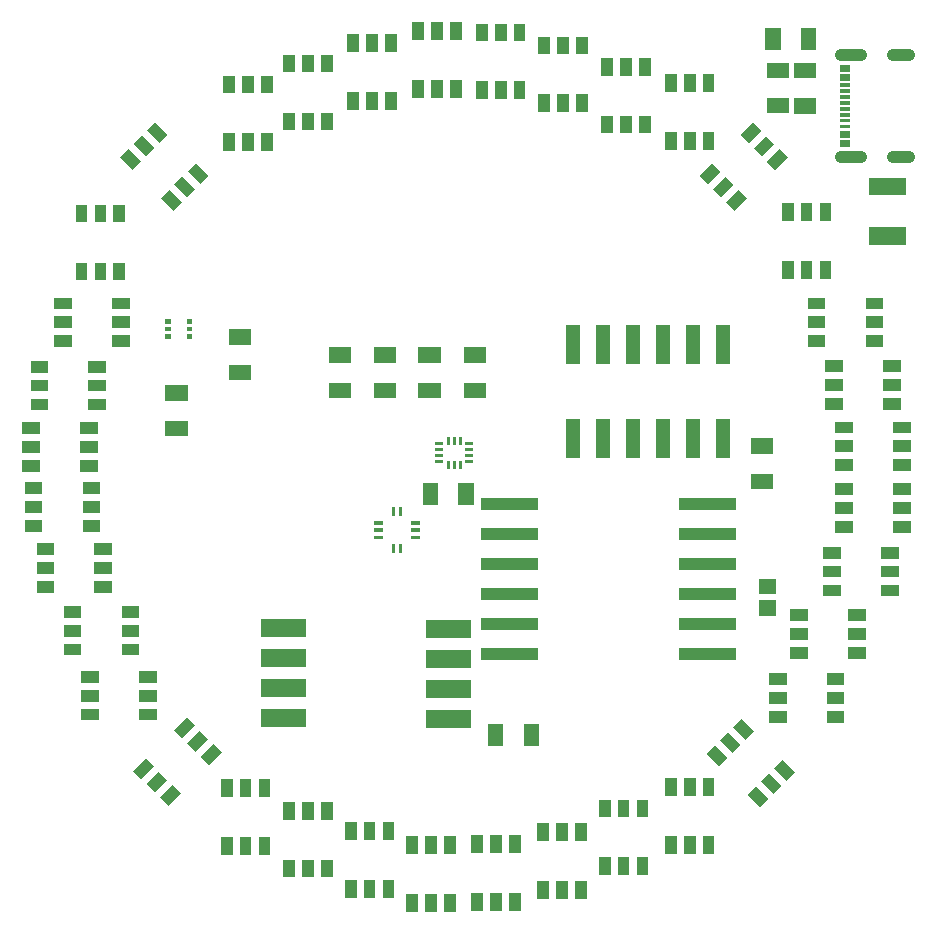
<source format=gbr>
G04 start of page 11 for group -4015 idx -4015 *
G04 Title: (unknown), toppaste *
G04 Creator: pcb 4.2.0 *
G04 CreationDate: Wed Mar 25 23:58:17 2020 UTC *
G04 For: blinken *
G04 Format: Gerber/RS-274X *
G04 PCB-Dimensions (mm): 90.16 90.16 *
G04 PCB-Coordinate-Origin: lower left *
%MOMM*%
%FSLAX43Y43*%
%LNTOPPASTE*%
%ADD99C,1.000*%
%ADD98C,0.002*%
G54D98*G36*
X22000Y83260D02*X21000D01*
Y81760D01*
X22000D01*
Y83260D01*
G37*
G36*
X20400D02*X19400D01*
Y81760D01*
X20400D01*
Y83260D01*
G37*
G36*
X23600Y78360D02*X22600D01*
Y76860D01*
X23600D01*
Y78360D01*
G37*
G36*
X22000D02*X21000D01*
Y76860D01*
X22000D01*
Y78360D01*
G37*
G36*
X20400D02*X19400D01*
Y76860D01*
X20400D01*
Y78360D01*
G37*
G36*
X23600Y83260D02*X22600D01*
Y81760D01*
X23600D01*
Y83260D01*
G37*
G36*
X38000Y87760D02*X37000D01*
Y86260D01*
X38000D01*
Y87760D01*
G37*
G36*
X36400D02*X35400D01*
Y86260D01*
X36400D01*
Y87760D01*
G37*
G36*
X39600Y82860D02*X38600D01*
Y81360D01*
X39600D01*
Y82860D01*
G37*
G36*
X38000D02*X37000D01*
Y81360D01*
X38000D01*
Y82860D01*
G37*
G36*
X36400D02*X35400D01*
Y81360D01*
X36400D01*
Y82860D01*
G37*
G36*
X39600Y87760D02*X38600D01*
Y86260D01*
X39600D01*
Y87760D01*
G37*
G36*
X43400Y87660D02*X42400D01*
Y86160D01*
X43400D01*
Y87660D01*
G37*
G36*
X41800D02*X40800D01*
Y86160D01*
X41800D01*
Y87660D01*
G37*
G36*
X45000Y82760D02*X44000D01*
Y81260D01*
X45000D01*
Y82760D01*
G37*
G36*
X43400D02*X42400D01*
Y81260D01*
X43400D01*
Y82760D01*
G37*
G36*
X41800D02*X40800D01*
Y81260D01*
X41800D01*
Y82760D01*
G37*
G36*
X45000Y87660D02*X44000D01*
Y86160D01*
X45000D01*
Y87660D01*
G37*
G36*
X48700Y86560D02*X47700D01*
Y85060D01*
X48700D01*
Y86560D01*
G37*
G36*
X47100D02*X46100D01*
Y85060D01*
X47100D01*
Y86560D01*
G37*
G36*
X50300Y81660D02*X49300D01*
Y80160D01*
X50300D01*
Y81660D01*
G37*
G36*
X48700D02*X47700D01*
Y80160D01*
X48700D01*
Y81660D01*
G37*
G36*
X47100D02*X46100D01*
Y80160D01*
X47100D01*
Y81660D01*
G37*
G36*
X50300Y86560D02*X49300D01*
Y85060D01*
X50300D01*
Y86560D01*
G37*
G36*
X59400Y83360D02*X58400D01*
Y81860D01*
X59400D01*
Y83360D01*
G37*
G36*
X57800D02*X56800D01*
Y81860D01*
X57800D01*
Y83360D01*
G37*
G36*
X61000Y78460D02*X60000D01*
Y76960D01*
X61000D01*
Y78460D01*
G37*
G36*
X59400D02*X58400D01*
Y76960D01*
X59400D01*
Y78460D01*
G37*
G36*
X57800D02*X56800D01*
Y76960D01*
X57800D01*
Y78460D01*
G37*
G36*
X61000Y83360D02*X60000D01*
Y81860D01*
X61000D01*
Y83360D01*
G37*
G36*
X73800Y62860D02*Y61860D01*
X75300D01*
Y62860D01*
X73800D01*
G37*
G36*
Y64460D02*Y63460D01*
X75300D01*
Y64460D01*
X73800D01*
G37*
G36*
X68900Y61260D02*Y60260D01*
X70400D01*
Y61260D01*
X68900D01*
G37*
G36*
Y62860D02*Y61860D01*
X70400D01*
Y62860D01*
X68900D01*
G37*
G36*
Y64460D02*Y63460D01*
X70400D01*
Y64460D01*
X68900D01*
G37*
G36*
X73800Y61260D02*Y60260D01*
X75300D01*
Y61260D01*
X73800D01*
G37*
G36*
X75300Y57560D02*Y56560D01*
X76800D01*
Y57560D01*
X75300D01*
G37*
G36*
Y59160D02*Y58160D01*
X76800D01*
Y59160D01*
X75300D01*
G37*
G36*
X70400Y55960D02*Y54960D01*
X71900D01*
Y55960D01*
X70400D01*
G37*
G36*
Y57560D02*Y56560D01*
X71900D01*
Y57560D01*
X70400D01*
G37*
G36*
Y59160D02*Y58160D01*
X71900D01*
Y59160D01*
X70400D01*
G37*
G36*
X75300Y55960D02*Y54960D01*
X76800D01*
Y55960D01*
X75300D01*
G37*
G36*
X76100Y52360D02*Y51360D01*
X77600D01*
Y52360D01*
X76100D01*
G37*
G36*
Y53960D02*Y52960D01*
X77600D01*
Y53960D01*
X76100D01*
G37*
G36*
X71200Y50760D02*Y49760D01*
X72700D01*
Y50760D01*
X71200D01*
G37*
G36*
Y52360D02*Y51360D01*
X72700D01*
Y52360D01*
X71200D01*
G37*
G36*
Y53960D02*Y52960D01*
X72700D01*
Y53960D01*
X71200D01*
G37*
G36*
X76100Y50760D02*Y49760D01*
X77600D01*
Y50760D01*
X76100D01*
G37*
G36*
Y47160D02*Y46160D01*
X77600D01*
Y47160D01*
X76100D01*
G37*
G36*
Y48760D02*Y47760D01*
X77600D01*
Y48760D01*
X76100D01*
G37*
G36*
X71200Y45560D02*Y44560D01*
X72700D01*
Y45560D01*
X71200D01*
G37*
G36*
Y47160D02*Y46160D01*
X72700D01*
Y47160D01*
X71200D01*
G37*
G36*
Y48760D02*Y47760D01*
X72700D01*
Y48760D01*
X71200D01*
G37*
G36*
X76100Y45560D02*Y44560D01*
X77600D01*
Y45560D01*
X76100D01*
G37*
G36*
X75100Y41760D02*Y40760D01*
X76600D01*
Y41760D01*
X75100D01*
G37*
G36*
Y43360D02*Y42360D01*
X76600D01*
Y43360D01*
X75100D01*
G37*
G36*
X70200Y40160D02*Y39160D01*
X71700D01*
Y40160D01*
X70200D01*
G37*
G36*
Y41760D02*Y40760D01*
X71700D01*
Y41760D01*
X70200D01*
G37*
G36*
Y43360D02*Y42360D01*
X71700D01*
Y43360D01*
X70200D01*
G37*
G36*
X75100Y40160D02*Y39160D01*
X76600D01*
Y40160D01*
X75100D01*
G37*
G36*
X72300Y36460D02*Y35460D01*
X73800D01*
Y36460D01*
X72300D01*
G37*
G36*
Y38060D02*Y37060D01*
X73800D01*
Y38060D01*
X72300D01*
G37*
G36*
X67400Y34860D02*Y33860D01*
X68900D01*
Y34860D01*
X67400D01*
G37*
G36*
Y36460D02*Y35460D01*
X68900D01*
Y36460D01*
X67400D01*
G37*
G36*
Y38060D02*Y37060D01*
X68900D01*
Y38060D01*
X67400D01*
G37*
G36*
X72300Y34860D02*Y33860D01*
X73800D01*
Y34860D01*
X72300D01*
G37*
G36*
X70500Y31060D02*Y30060D01*
X72000D01*
Y31060D01*
X70500D01*
G37*
G36*
Y32660D02*Y31660D01*
X72000D01*
Y32660D01*
X70500D01*
G37*
G36*
X65600Y29460D02*Y28460D01*
X67100D01*
Y29460D01*
X65600D01*
G37*
G36*
Y31060D02*Y30060D01*
X67100D01*
Y31060D01*
X65600D01*
G37*
G36*
Y32660D02*Y31660D01*
X67100D01*
Y32660D01*
X65600D01*
G37*
G36*
X70500Y29460D02*Y28460D01*
X72000D01*
Y29460D01*
X70500D01*
G37*
G36*
X65631Y24206D02*X64924Y23499D01*
X65985Y22438D01*
X66692Y23145D01*
X65631Y24206D01*
G37*
G36*
X66763Y25337D02*X66056Y24630D01*
X67116Y23569D01*
X67823Y24277D01*
X66763Y25337D01*
G37*
G36*
X61035Y26539D02*X60328Y25832D01*
X61389Y24771D01*
X62096Y25478D01*
X61035Y26539D01*
G37*
G36*
X62166Y27671D02*X61459Y26963D01*
X62520Y25903D01*
X63227Y26610D01*
X62166Y27671D01*
G37*
G36*
X63298Y28802D02*X62591Y28095D01*
X63652Y27034D01*
X64359Y27741D01*
X63298Y28802D01*
G37*
G36*
X64500Y23074D02*X63793Y22367D01*
X64854Y21307D01*
X65561Y22014D01*
X64500Y23074D01*
G37*
G36*
X59400Y18860D02*X58400D01*
Y17360D01*
X59400D01*
Y18860D01*
G37*
G36*
X61000D02*X60000D01*
Y17360D01*
X61000D01*
Y18860D01*
G37*
G36*
X57800Y23760D02*X56800D01*
Y22260D01*
X57800D01*
Y23760D01*
G37*
G36*
X59400D02*X58400D01*
Y22260D01*
X59400D01*
Y23760D01*
G37*
G36*
X61000D02*X60000D01*
Y22260D01*
X61000D01*
Y23760D01*
G37*
G36*
X57800Y18860D02*X56800D01*
Y17360D01*
X57800D01*
Y18860D01*
G37*
G36*
X53800Y17060D02*X52800D01*
Y15560D01*
X53800D01*
Y17060D01*
G37*
G36*
X55400D02*X54400D01*
Y15560D01*
X55400D01*
Y17060D01*
G37*
G36*
X52200Y21960D02*X51200D01*
Y20460D01*
X52200D01*
Y21960D01*
G37*
G36*
X53800D02*X52800D01*
Y20460D01*
X53800D01*
Y21960D01*
G37*
G36*
X55400D02*X54400D01*
Y20460D01*
X55400D01*
Y21960D01*
G37*
G36*
X52200Y17060D02*X51200D01*
Y15560D01*
X52200D01*
Y17060D01*
G37*
G36*
X48600Y15060D02*X47600D01*
Y13560D01*
X48600D01*
Y15060D01*
G37*
G36*
X50200D02*X49200D01*
Y13560D01*
X50200D01*
Y15060D01*
G37*
G36*
X47000Y19960D02*X46000D01*
Y18460D01*
X47000D01*
Y19960D01*
G37*
G36*
X48600D02*X47600D01*
Y18460D01*
X48600D01*
Y19960D01*
G37*
G36*
X50200D02*X49200D01*
Y18460D01*
X50200D01*
Y19960D01*
G37*
G36*
X47000Y15060D02*X46000D01*
Y13560D01*
X47000D01*
Y15060D01*
G37*
G36*
X43000Y14060D02*X42000D01*
Y12560D01*
X43000D01*
Y14060D01*
G37*
G36*
X44600D02*X43600D01*
Y12560D01*
X44600D01*
Y14060D01*
G37*
G36*
X41400Y18960D02*X40400D01*
Y17460D01*
X41400D01*
Y18960D01*
G37*
G36*
X43000D02*X42000D01*
Y17460D01*
X43000D01*
Y18960D01*
G37*
G36*
X44600D02*X43600D01*
Y17460D01*
X44600D01*
Y18960D01*
G37*
G36*
X41400Y14060D02*X40400D01*
Y12560D01*
X41400D01*
Y14060D01*
G37*
G36*
X32300Y15160D02*X31300D01*
Y13660D01*
X32300D01*
Y15160D01*
G37*
G36*
X33900D02*X32900D01*
Y13660D01*
X33900D01*
Y15160D01*
G37*
G36*
X30700Y20060D02*X29700D01*
Y18560D01*
X30700D01*
Y20060D01*
G37*
G36*
X32300D02*X31300D01*
Y18560D01*
X32300D01*
Y20060D01*
G37*
G36*
X33900D02*X32900D01*
Y18560D01*
X33900D01*
Y20060D01*
G37*
G36*
X30700Y15160D02*X29700D01*
Y13660D01*
X30700D01*
Y15160D01*
G37*
G36*
X27100Y16860D02*X26100D01*
Y15360D01*
X27100D01*
Y16860D01*
G37*
G36*
X28700D02*X27700D01*
Y15360D01*
X28700D01*
Y16860D01*
G37*
G36*
X25500Y21760D02*X24500D01*
Y20260D01*
X25500D01*
Y21760D01*
G37*
G36*
X27100D02*X26100D01*
Y20260D01*
X27100D01*
Y21760D01*
G37*
G36*
X28700D02*X27700D01*
Y20260D01*
X28700D01*
Y21760D01*
G37*
G36*
X25500Y16860D02*X24500D01*
Y15360D01*
X25500D01*
Y16860D01*
G37*
G36*
X21800Y18760D02*X20800D01*
Y17260D01*
X21800D01*
Y18760D01*
G37*
G36*
X23400D02*X22400D01*
Y17260D01*
X23400D01*
Y18760D01*
G37*
G36*
X20200Y23660D02*X19200D01*
Y22160D01*
X20200D01*
Y23660D01*
G37*
G36*
X21800D02*X20800D01*
Y22160D01*
X21800D01*
Y23660D01*
G37*
G36*
X23400D02*X22400D01*
Y22160D01*
X23400D01*
Y23660D01*
G37*
G36*
X20200Y18760D02*X19200D01*
Y17260D01*
X20200D01*
Y18760D01*
G37*
G36*
X14680Y23618D02*X13973Y24325D01*
X12912Y23264D01*
X13619Y22557D01*
X14680Y23618D01*
G37*
G36*
X15811Y22486D02*X15104Y23193D01*
X14043Y22133D01*
X14750Y21426D01*
X15811Y22486D01*
G37*
G36*
X17013Y28214D02*X16306Y28921D01*
X15245Y27860D01*
X15952Y27153D01*
X17013Y28214D01*
G37*
G36*
X18144Y27082D02*X17437Y27790D01*
X16377Y26729D01*
X17084Y26022D01*
X18144Y27082D01*
G37*
G36*
X19276Y25951D02*X18569Y26658D01*
X17508Y25597D01*
X18215Y24890D01*
X19276Y25951D01*
G37*
G36*
X13548Y24749D02*X12841Y25456D01*
X11781Y24395D01*
X12488Y23688D01*
X13548Y24749D01*
G37*
G36*
X7400Y31260D02*X7400Y30260D01*
X8900Y30260D01*
X8900Y31260D01*
X7400Y31260D01*
G37*
G36*
X7400Y29660D02*Y28660D01*
X8900D01*
Y29660D01*
X7400D01*
G37*
G36*
X12300Y32860D02*X12300Y31860D01*
X13800Y31860D01*
X13800Y32860D01*
X12300Y32860D01*
G37*
G36*
X12300Y31260D02*Y30260D01*
X13800D01*
Y31260D01*
X12300D01*
G37*
G36*
Y29660D02*Y28660D01*
X13800D01*
Y29660D01*
X12300D01*
G37*
G36*
X7400Y32860D02*Y31860D01*
X8900D01*
Y32860D01*
X7400D01*
G37*
G36*
X5900Y36760D02*X5900Y35760D01*
X7400Y35760D01*
X7400Y36760D01*
X5900Y36760D01*
G37*
G36*
X5900Y35160D02*Y34160D01*
X7400D01*
Y35160D01*
X5900D01*
G37*
G36*
X10800Y38360D02*X10800Y37360D01*
X12300Y37360D01*
X12300Y38360D01*
X10800Y38360D01*
G37*
G36*
X10800Y36760D02*Y35760D01*
X12300D01*
Y36760D01*
X10800D01*
G37*
G36*
Y35160D02*Y34160D01*
X12300D01*
Y35160D01*
X10800D01*
G37*
G36*
X5900Y38360D02*Y37360D01*
X7400D01*
Y38360D01*
X5900D01*
G37*
G36*
X3600Y42060D02*X3600Y41060D01*
X5100Y41060D01*
X5100Y42060D01*
X3600Y42060D01*
G37*
G36*
X3600Y40460D02*Y39460D01*
X5100D01*
Y40460D01*
X3600D01*
G37*
G36*
X8500Y43660D02*X8500Y42660D01*
X10000Y42660D01*
X10000Y43660D01*
X8500Y43660D01*
G37*
G36*
X8500Y42060D02*Y41060D01*
X10000D01*
Y42060D01*
X8500D01*
G37*
G36*
Y40460D02*Y39460D01*
X10000D01*
Y40460D01*
X8500D01*
G37*
G36*
X3600Y43660D02*Y42660D01*
X5100D01*
Y43660D01*
X3600D01*
G37*
G36*
X2600Y47210D02*X2600Y46210D01*
X4100Y46210D01*
X4100Y47210D01*
X2600Y47210D01*
G37*
G36*
X2600Y45610D02*Y44610D01*
X4100D01*
Y45610D01*
X2600D01*
G37*
G36*
X7500Y48810D02*X7500Y47810D01*
X9000Y47810D01*
X9000Y48810D01*
X7500Y48810D01*
G37*
G36*
X7500Y47210D02*Y46210D01*
X9000D01*
Y47210D01*
X7500D01*
G37*
G36*
Y45610D02*Y44610D01*
X9000D01*
Y45610D01*
X7500D01*
G37*
G36*
X2600Y48810D02*Y47810D01*
X4100D01*
Y48810D01*
X2600D01*
G37*
G36*
X2400Y52310D02*X2400Y51310D01*
X3900Y51310D01*
X3900Y52310D01*
X2400Y52310D01*
G37*
G36*
X2400Y50710D02*Y49710D01*
X3900D01*
Y50710D01*
X2400D01*
G37*
G36*
X7300Y53910D02*X7300Y52910D01*
X8800Y52910D01*
X8800Y53910D01*
X7300Y53910D01*
G37*
G36*
X7300Y52310D02*Y51310D01*
X8800D01*
Y52310D01*
X7300D01*
G37*
G36*
Y50710D02*Y49710D01*
X8800D01*
Y50710D01*
X7300D01*
G37*
G36*
X2400Y53910D02*Y52910D01*
X3900D01*
Y53910D01*
X2400D01*
G37*
G36*
X3100Y57510D02*X3100Y56510D01*
X4600Y56510D01*
X4600Y57510D01*
X3100Y57510D01*
G37*
G36*
X3100Y55910D02*Y54910D01*
X4600D01*
Y55910D01*
X3100D01*
G37*
G36*
X8000Y59110D02*X8000Y58110D01*
X9500Y58110D01*
X9500Y59110D01*
X8000Y59110D01*
G37*
G36*
X8000Y57510D02*Y56510D01*
X9500D01*
Y57510D01*
X8000D01*
G37*
G36*
Y55910D02*Y54910D01*
X9500D01*
Y55910D01*
X8000D01*
G37*
G36*
X3100Y59110D02*Y58110D01*
X4600D01*
Y59110D01*
X3100D01*
G37*
G36*
X5100Y62860D02*X5100Y61860D01*
X6600Y61860D01*
X6600Y62860D01*
X5100Y62860D01*
G37*
G36*
X5100Y61260D02*Y60260D01*
X6600D01*
Y61260D01*
X5100D01*
G37*
G36*
X10000Y64460D02*X10000Y63460D01*
X11500Y63460D01*
X11500Y64460D01*
X10000Y64460D01*
G37*
G36*
X10000Y62860D02*Y61860D01*
X11500D01*
Y62860D01*
X10000D01*
G37*
G36*
Y61260D02*Y60260D01*
X11500D01*
Y61260D01*
X10000D01*
G37*
G36*
X5100Y64460D02*Y63460D01*
X6600D01*
Y64460D01*
X5100D01*
G37*
G36*
X36592Y37127D02*Y35627D01*
X40392D01*
Y37127D01*
X36592D01*
G37*
G36*
Y34587D02*Y33087D01*
X40392D01*
Y34587D01*
X36592D01*
G37*
G36*
Y32047D02*Y30547D01*
X40392D01*
Y32047D01*
X36592D01*
G37*
G36*
Y29507D02*Y28007D01*
X40392D01*
Y29507D01*
X36592D01*
G37*
G36*
X22636Y37254D02*Y35754D01*
X26436D01*
Y37254D01*
X22636D01*
G37*
G36*
Y34714D02*Y33214D01*
X26436D01*
Y34714D01*
X22636D01*
G37*
G36*
Y32174D02*Y30674D01*
X26436D01*
Y32174D01*
X22636D01*
G37*
G36*
Y29634D02*Y28134D01*
X26436D01*
Y29634D01*
X22636D01*
G37*
G36*
X41227Y34779D02*Y33779D01*
X46037D01*
Y34779D01*
X41227D01*
G37*
G36*
Y37319D02*Y36319D01*
X46037D01*
Y37319D01*
X41227D01*
G37*
G36*
Y39859D02*Y38859D01*
X46037D01*
Y39859D01*
X41227D01*
G37*
G36*
Y42399D02*Y41399D01*
X46037D01*
Y42399D01*
X41227D01*
G37*
G36*
Y44939D02*Y43939D01*
X46037D01*
Y44939D01*
X41227D01*
G37*
G36*
Y47479D02*Y46479D01*
X46037D01*
Y47479D01*
X41227D01*
G37*
G36*
X58037Y34779D02*Y33779D01*
X62847D01*
Y34779D01*
X58037D01*
G37*
G36*
Y37319D02*Y36319D01*
X62847D01*
Y37319D01*
X58037D01*
G37*
G36*
Y39859D02*Y38859D01*
X62847D01*
Y39859D01*
X58037D01*
G37*
G36*
Y42399D02*Y41399D01*
X62847D01*
Y42399D01*
X58037D01*
G37*
G36*
Y44939D02*Y43939D01*
X62847D01*
Y44939D01*
X58037D01*
G37*
G36*
Y47479D02*Y46479D01*
X62847D01*
Y47479D01*
X58037D01*
G37*
G36*
X65447Y84345D02*Y83045D01*
X67347D01*
Y84345D01*
X65447D01*
G37*
G36*
Y81346D02*Y80046D01*
X67347D01*
Y81346D01*
X65447D01*
G37*
G36*
X67720Y84340D02*Y83040D01*
X69620D01*
Y84340D01*
X67720D01*
G37*
G36*
Y81340D02*Y80040D01*
X69620D01*
Y81340D01*
X67720D01*
G37*
G36*
X27090Y85020D02*X26090D01*
Y83520D01*
X27090D01*
Y85020D01*
G37*
G36*
X25490D02*X24490D01*
Y83520D01*
X25490D01*
Y85020D01*
G37*
G36*
X28690Y80120D02*X27690D01*
Y78620D01*
X28690D01*
Y80120D01*
G37*
G36*
X27090D02*X26090D01*
Y78620D01*
X27090D01*
Y80120D01*
G37*
G36*
X25490D02*X24490D01*
Y78620D01*
X25490D01*
Y80120D01*
G37*
G36*
X28690Y85020D02*X27690D01*
Y83520D01*
X28690D01*
Y85020D01*
G37*
G36*
X32500Y86760D02*X31500D01*
Y85260D01*
X32500D01*
Y86760D01*
G37*
G36*
X30900D02*X29900D01*
Y85260D01*
X30900D01*
Y86760D01*
G37*
G36*
X34100Y81860D02*X33100D01*
Y80360D01*
X34100D01*
Y81860D01*
G37*
G36*
X32500D02*X31500D01*
Y80360D01*
X32500D01*
Y81860D01*
G37*
G36*
X30900D02*X29900D01*
Y80360D01*
X30900D01*
Y81860D01*
G37*
G36*
X34100Y86760D02*X33100D01*
Y85260D01*
X34100D01*
Y86760D01*
G37*
G36*
X35920Y57244D02*Y55944D01*
X37820D01*
Y57244D01*
X35920D01*
G37*
G36*
Y60243D02*Y58943D01*
X37820D01*
Y60243D01*
X35920D01*
G37*
G36*
X32135Y57237D02*Y55937D01*
X34035D01*
Y57237D01*
X32135D01*
G37*
G36*
Y60237D02*Y58937D01*
X34035D01*
Y60237D01*
X32135D01*
G37*
G36*
X39784Y60234D02*Y58934D01*
X41684D01*
Y60234D01*
X39784D01*
G37*
G36*
Y57234D02*Y55934D01*
X41684D01*
Y57234D01*
X39784D01*
G37*
G36*
X28339Y57241D02*Y55941D01*
X30239D01*
Y57241D01*
X28339D01*
G37*
G36*
Y60241D02*Y58941D01*
X30239D01*
Y60241D01*
X28339D01*
G37*
G36*
X49581Y62117D02*X48431D01*
Y58817D01*
X49581D01*
Y62117D01*
G37*
G36*
X52121D02*X50971D01*
Y58817D01*
X52121D01*
Y62117D01*
G37*
G36*
X54661D02*X53511D01*
Y58817D01*
X54661D01*
Y62117D01*
G37*
G36*
X57201D02*X56051D01*
Y58817D01*
X57201D01*
Y62117D01*
G37*
G36*
X59741D02*X58591D01*
Y58817D01*
X59741D01*
Y62117D01*
G37*
G36*
X62281D02*X61131D01*
Y58817D01*
X62281D01*
Y62117D01*
G37*
G36*
X49581Y54217D02*X48431D01*
Y50917D01*
X49581D01*
Y54217D01*
G37*
G36*
X52121D02*X50971D01*
Y50917D01*
X52121D01*
Y54217D01*
G37*
G36*
X54661D02*X53511D01*
Y50917D01*
X54661D01*
Y54217D01*
G37*
G36*
X57201D02*X56051D01*
Y50917D01*
X57201D01*
Y54217D01*
G37*
G36*
X59741D02*X58591D01*
Y50917D01*
X59741D01*
Y54217D01*
G37*
G36*
X62281D02*X61131D01*
Y50917D01*
X62281D01*
Y54217D01*
G37*
G36*
X16301Y61345D02*Y60945D01*
X16801D01*
Y61345D01*
X16301D01*
G37*
G36*
Y61995D02*Y61595D01*
X16801D01*
Y61995D01*
X16301D01*
G37*
G36*
Y62645D02*Y62245D01*
X16801D01*
Y62645D01*
X16301D01*
G37*
G36*
X14451D02*Y62245D01*
X14951D01*
Y62645D01*
X14451D01*
G37*
G36*
Y61995D02*Y61595D01*
X14951D01*
Y61995D01*
X14451D01*
G37*
G36*
Y61345D02*Y60945D01*
X14951D01*
Y61345D01*
X14451D01*
G37*
G36*
X54000Y84760D02*X53000D01*
Y83260D01*
X54000D01*
Y84760D01*
G37*
G36*
X52400D02*X51400D01*
Y83260D01*
X52400D01*
Y84760D01*
G37*
G36*
X55600Y79860D02*X54600D01*
Y78360D01*
X55600D01*
Y79860D01*
G37*
G36*
X54000D02*X53000D01*
Y78360D01*
X54000D01*
Y79860D01*
G37*
G36*
X52400D02*X51400D01*
Y78360D01*
X52400D01*
Y79860D01*
G37*
G36*
X55600Y84760D02*X54600D01*
Y83260D01*
X55600D01*
Y84760D01*
G37*
G36*
X37500Y13960D02*X36500D01*
Y12460D01*
X37500D01*
Y13960D01*
G37*
G36*
X39100D02*X38100D01*
Y12460D01*
X39100D01*
Y13960D01*
G37*
G36*
X35900Y18860D02*X34900D01*
Y17360D01*
X35900D01*
Y18860D01*
G37*
G36*
X37500D02*X36500D01*
Y17360D01*
X37500D01*
Y18860D01*
G37*
G36*
X39100D02*X38100D01*
Y17360D01*
X39100D01*
Y18860D01*
G37*
G36*
X35900Y13960D02*X34900D01*
Y12460D01*
X35900D01*
Y13960D01*
G37*
G36*
X9510Y72320D02*X8510Y72320D01*
X8510Y70820D01*
X9510Y70820D01*
X9510Y72320D01*
G37*
G36*
X7910Y72320D02*X6910D01*
Y70820D01*
X7910D01*
Y72320D01*
G37*
G36*
X11110Y67420D02*X10110Y67420D01*
X10110Y65920D01*
X11110Y65920D01*
X11110Y67420D01*
G37*
G36*
X9510Y67420D02*X8510D01*
Y65920D01*
X9510D01*
Y67420D01*
G37*
G36*
X7910D02*X6910D01*
Y65920D01*
X7910D01*
Y67420D01*
G37*
G36*
X11110Y72320D02*X10110D01*
Y70820D01*
X11110D01*
Y72320D01*
G37*
G36*
X12496Y78184D02*X11788Y77477D01*
X12849Y76416D01*
X13556Y77124D01*
X12496Y78184D01*
G37*
G36*
X11364Y77053D02*X10657Y76346D01*
X11718Y75285D01*
X12425Y75992D01*
X11364Y77053D01*
G37*
G36*
X17092Y75851D02*X16385Y75144D01*
X17445Y74083D01*
X18152Y74790D01*
X17092Y75851D01*
G37*
G36*
X15960Y74720D02*X15253Y74012D01*
X16314Y72952D01*
X17021Y73659D01*
X15960Y74720D01*
G37*
G36*
X14829Y73588D02*X14122Y72881D01*
X15183Y71820D01*
X15890Y72527D01*
X14829Y73588D01*
G37*
G36*
X13627Y79316D02*X12920Y78608D01*
X13980Y77548D01*
X14688Y78255D01*
X13627Y79316D01*
G37*
G36*
X69300Y72430D02*X68300D01*
Y70930D01*
X69300D01*
Y72430D01*
G37*
G36*
X67700D02*X66700D01*
Y70930D01*
X67700D01*
Y72430D01*
G37*
G36*
X70900Y67530D02*X69900D01*
Y66030D01*
X70900D01*
Y67530D01*
G37*
G36*
X69300D02*X68300D01*
Y66030D01*
X69300D01*
Y67530D01*
G37*
G36*
X67700D02*X66700D01*
Y66030D01*
X67700D01*
Y67530D01*
G37*
G36*
X70900Y72430D02*X69900D01*
Y70930D01*
X70900D01*
Y72430D01*
G37*
G36*
X66082Y77465D02*X65375Y78172D01*
X64314Y77112D01*
X65021Y76404D01*
X66082Y77465D01*
G37*
G36*
X64951Y78597D02*X64244Y79304D01*
X63183Y78243D01*
X63890Y77536D01*
X64951Y78597D01*
G37*
G36*
X63749Y72869D02*X63042Y73576D01*
X61981Y72515D01*
X62688Y71808D01*
X63749Y72869D01*
G37*
G36*
X62617Y74000D02*X61910Y74707D01*
X60850Y73647D01*
X61557Y72939D01*
X62617Y74000D01*
G37*
G36*
X61486Y75132D02*X60779Y75839D01*
X59718Y74778D01*
X60425Y74071D01*
X61486Y75132D01*
G37*
G36*
X67214Y76334D02*X66506Y77041D01*
X65446Y75980D01*
X66153Y75273D01*
X67214Y76334D01*
G37*
G54D99*X76100Y76390D02*X77500D01*
X71750Y85040D02*X73440D01*
X71750Y76390D02*X73440D01*
X76100Y85040D02*X77500D01*
G54D98*G36*
X71600Y84190D02*Y83590D01*
X72450D01*
Y84190D01*
X71600D01*
G37*
G36*
Y83390D02*Y82790D01*
X72450D01*
Y83390D01*
X71600D01*
G37*
G36*
Y82590D02*Y82290D01*
X72450D01*
Y82590D01*
X71600D01*
G37*
G36*
Y82090D02*Y81790D01*
X72450D01*
Y82090D01*
X71600D01*
G37*
G36*
Y81590D02*Y81290D01*
X72450D01*
Y81590D01*
X71600D01*
G37*
G36*
Y81090D02*Y80790D01*
X72450D01*
Y81090D01*
X71600D01*
G37*
G36*
Y80590D02*Y80290D01*
X72450D01*
Y80590D01*
X71600D01*
G37*
G36*
Y80090D02*Y79790D01*
X72450D01*
Y80090D01*
X71600D01*
G37*
G36*
Y79590D02*Y79290D01*
X72450D01*
Y79590D01*
X71600D01*
G37*
G36*
Y79090D02*Y78790D01*
X72450D01*
Y79090D01*
X71600D01*
G37*
G36*
Y78590D02*Y77990D01*
X72450D01*
Y78590D01*
X71600D01*
G37*
G36*
Y77790D02*Y77190D01*
X72450D01*
Y77790D01*
X71600D01*
G37*
G36*
X74050Y74610D02*Y73110D01*
X77250D01*
Y74610D01*
X74050D01*
G37*
G36*
Y70410D02*Y68910D01*
X77250D01*
Y70410D01*
X74050D01*
G37*
G36*
X64090Y52530D02*Y51230D01*
X65990D01*
Y52530D01*
X64090D01*
G37*
G36*
Y49530D02*Y48230D01*
X65990D01*
Y49530D01*
X64090D01*
G37*
G36*
X64730Y38840D02*Y37540D01*
X66230D01*
Y38840D01*
X64730D01*
G37*
G36*
Y40640D02*Y39340D01*
X66230D01*
Y40640D01*
X64730D01*
G37*
G36*
X66620Y87300D02*X65320D01*
Y85400D01*
X66620D01*
Y87300D01*
G37*
G36*
X69620D02*X68320D01*
Y85400D01*
X69620D01*
Y87300D01*
G37*
G36*
X35330Y44309D02*Y44009D01*
X36080D01*
Y44309D01*
X35330D01*
G37*
G36*
Y44909D02*Y44609D01*
X36080D01*
Y44909D01*
X35330D01*
G37*
G36*
Y45509D02*Y45209D01*
X36080D01*
Y45509D01*
X35330D01*
G37*
G36*
X32170Y44309D02*Y44009D01*
X32920D01*
Y44309D01*
X32170D01*
G37*
G36*
Y44909D02*Y44609D01*
X32920D01*
Y44909D01*
X32170D01*
G37*
G36*
Y45509D02*Y45209D01*
X32920D01*
Y45509D01*
X32170D01*
G37*
G36*
X34580Y43559D02*X34280D01*
Y42809D01*
X34580D01*
Y43559D01*
G37*
G36*
X33980D02*X33680D01*
Y42809D01*
X33980D01*
Y43559D01*
G37*
G36*
X34580Y46719D02*X34280D01*
Y45969D01*
X34580D01*
Y46719D01*
G37*
G36*
X33980D02*X33680D01*
Y45969D01*
X33980D01*
Y46719D01*
G37*
G36*
X37339Y52191D02*Y51941D01*
X38039D01*
Y52191D01*
X37339D01*
G37*
G36*
Y51691D02*Y51441D01*
X38039D01*
Y51691D01*
X37339D01*
G37*
G36*
Y51191D02*Y50941D01*
X38039D01*
Y51191D01*
X37339D01*
G37*
G36*
Y50691D02*Y50441D01*
X38039D01*
Y50691D01*
X37339D01*
G37*
G36*
X39889Y52191D02*Y51941D01*
X40589D01*
Y52191D01*
X39889D01*
G37*
G36*
Y51691D02*Y51441D01*
X40589D01*
Y51691D01*
X39889D01*
G37*
G36*
Y51191D02*Y50941D01*
X40589D01*
Y51191D01*
X39889D01*
G37*
G36*
Y50691D02*Y50441D01*
X40589D01*
Y50691D01*
X39889D01*
G37*
G36*
X38589Y52692D02*X38339D01*
Y51992D01*
X38589D01*
Y52692D01*
G37*
G36*
X39089D02*X38839D01*
Y51992D01*
X39089D01*
Y52692D01*
G37*
G36*
X39589D02*X39339D01*
Y51992D01*
X39589D01*
Y52692D01*
G37*
G36*
X38589Y50641D02*X38339D01*
Y49941D01*
X38589D01*
Y50641D01*
G37*
G36*
X39089D02*X38839D01*
Y49941D01*
X39089D01*
Y50641D01*
G37*
G36*
X39589D02*X39339D01*
Y49941D01*
X39589D01*
Y50641D01*
G37*
G36*
X37628Y48768D02*X36328D01*
Y46868D01*
X37628D01*
Y48768D01*
G37*
G36*
X40628D02*X39328D01*
Y46868D01*
X40628D01*
Y48768D01*
G37*
G36*
X19871Y58763D02*Y57463D01*
X21771D01*
Y58763D01*
X19871D01*
G37*
G36*
Y61763D02*Y60463D01*
X21771D01*
Y61763D01*
X19871D01*
G37*
G36*
X46138Y28396D02*X44838D01*
Y26496D01*
X46138D01*
Y28396D01*
G37*
G36*
X43138D02*X41838D01*
Y26496D01*
X43138D01*
Y28396D01*
G37*
G36*
X14517Y54027D02*Y52727D01*
X16417D01*
Y54027D01*
X14517D01*
G37*
G36*
Y57027D02*Y55727D01*
X16417D01*
Y57027D01*
X14517D01*
G37*
M02*

</source>
